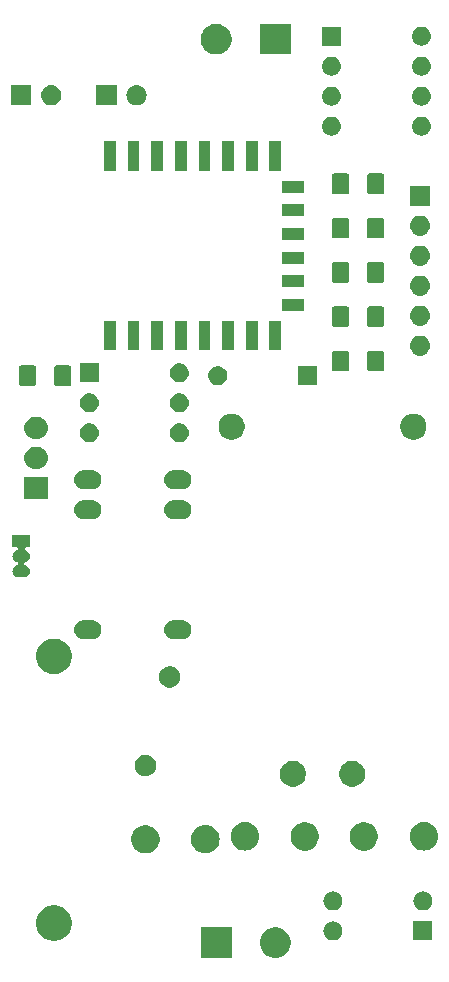
<source format=gts>
G04 #@! TF.GenerationSoftware,KiCad,Pcbnew,(5.0.1-3-g963ef8bb5)*
G04 #@! TF.CreationDate,2018-11-25T11:10:42+01:00*
G04 #@! TF.ProjectId,Dimmer 2.0,44696D6D657220322E302E6B69636164,rev?*
G04 #@! TF.SameCoordinates,Original*
G04 #@! TF.FileFunction,Soldermask,Top*
G04 #@! TF.FilePolarity,Negative*
%FSLAX46Y46*%
G04 Gerber Fmt 4.6, Leading zero omitted, Abs format (unit mm)*
G04 Created by KiCad (PCBNEW (5.0.1-3-g963ef8bb5)) date zondag 25 november 2018 om 11:10:42*
%MOMM*%
%LPD*%
G01*
G04 APERTURE LIST*
%ADD10C,0.100000*%
G04 APERTURE END LIST*
D10*
G36*
X93879196Y-122749958D02*
X94115780Y-122847954D01*
X94328705Y-122990226D01*
X94509774Y-123171295D01*
X94652046Y-123384220D01*
X94750042Y-123620804D01*
X94800000Y-123871960D01*
X94800000Y-124128040D01*
X94750042Y-124379196D01*
X94652046Y-124615780D01*
X94509774Y-124828705D01*
X94328705Y-125009774D01*
X94115780Y-125152046D01*
X93879196Y-125250042D01*
X93628040Y-125300000D01*
X93371960Y-125300000D01*
X93120804Y-125250042D01*
X92884220Y-125152046D01*
X92671295Y-125009774D01*
X92490226Y-124828705D01*
X92347954Y-124615780D01*
X92249958Y-124379196D01*
X92200000Y-124128040D01*
X92200000Y-123871960D01*
X92249958Y-123620804D01*
X92347954Y-123384220D01*
X92490226Y-123171295D01*
X92671295Y-122990226D01*
X92884220Y-122847954D01*
X93120804Y-122749958D01*
X93371960Y-122700000D01*
X93628040Y-122700000D01*
X93879196Y-122749958D01*
X93879196Y-122749958D01*
G37*
G36*
X89800000Y-125300000D02*
X87200000Y-125300000D01*
X87200000Y-122700000D01*
X89800000Y-122700000D01*
X89800000Y-125300000D01*
X89800000Y-125300000D01*
G37*
G36*
X75090935Y-120888429D02*
X75187534Y-120907644D01*
X75460517Y-121020717D01*
X75702920Y-121182687D01*
X75706197Y-121184876D01*
X75915124Y-121393803D01*
X75915126Y-121393806D01*
X76079283Y-121639483D01*
X76192356Y-121912466D01*
X76250000Y-122202263D01*
X76250000Y-122497737D01*
X76192356Y-122787534D01*
X76169309Y-122843174D01*
X76079284Y-123060515D01*
X75915124Y-123306197D01*
X75706197Y-123515124D01*
X75706194Y-123515126D01*
X75460517Y-123679283D01*
X75187534Y-123792356D01*
X75090935Y-123811571D01*
X74897739Y-123850000D01*
X74602261Y-123850000D01*
X74409065Y-123811571D01*
X74312466Y-123792356D01*
X74039483Y-123679283D01*
X73793806Y-123515126D01*
X73793803Y-123515124D01*
X73584876Y-123306197D01*
X73420716Y-123060515D01*
X73330691Y-122843174D01*
X73307644Y-122787534D01*
X73250000Y-122497737D01*
X73250000Y-122202263D01*
X73307644Y-121912466D01*
X73420717Y-121639483D01*
X73584874Y-121393806D01*
X73584876Y-121393803D01*
X73793803Y-121184876D01*
X73797080Y-121182687D01*
X74039483Y-121020717D01*
X74312466Y-120907644D01*
X74409065Y-120888429D01*
X74602261Y-120850000D01*
X74897739Y-120850000D01*
X75090935Y-120888429D01*
X75090935Y-120888429D01*
G37*
G36*
X98497649Y-122207717D02*
X98536827Y-122211576D01*
X98612228Y-122234449D01*
X98687629Y-122257321D01*
X98826608Y-122331608D01*
X98948422Y-122431578D01*
X99048392Y-122553392D01*
X99122679Y-122692371D01*
X99168424Y-122843174D01*
X99183870Y-123000000D01*
X99168424Y-123156826D01*
X99122679Y-123307629D01*
X99048392Y-123446608D01*
X98948422Y-123568422D01*
X98826608Y-123668392D01*
X98687629Y-123742679D01*
X98612227Y-123765552D01*
X98536827Y-123788424D01*
X98497649Y-123792283D01*
X98419295Y-123800000D01*
X98340705Y-123800000D01*
X98262351Y-123792283D01*
X98223173Y-123788424D01*
X98147773Y-123765552D01*
X98072371Y-123742679D01*
X97933392Y-123668392D01*
X97811578Y-123568422D01*
X97711608Y-123446608D01*
X97637321Y-123307629D01*
X97591576Y-123156826D01*
X97576130Y-123000000D01*
X97591576Y-122843174D01*
X97637321Y-122692371D01*
X97711608Y-122553392D01*
X97811578Y-122431578D01*
X97933392Y-122331608D01*
X98072371Y-122257321D01*
X98147772Y-122234449D01*
X98223173Y-122211576D01*
X98262351Y-122207717D01*
X98340705Y-122200000D01*
X98419295Y-122200000D01*
X98497649Y-122207717D01*
X98497649Y-122207717D01*
G37*
G36*
X106800000Y-123800000D02*
X105200000Y-123800000D01*
X105200000Y-122200000D01*
X106800000Y-122200000D01*
X106800000Y-123800000D01*
X106800000Y-123800000D01*
G37*
G36*
X98497649Y-119667717D02*
X98536827Y-119671576D01*
X98612228Y-119694449D01*
X98687629Y-119717321D01*
X98826608Y-119791608D01*
X98948422Y-119891578D01*
X99048392Y-120013392D01*
X99122679Y-120152371D01*
X99168424Y-120303174D01*
X99183870Y-120460000D01*
X99168424Y-120616826D01*
X99122679Y-120767629D01*
X99048392Y-120906608D01*
X98948422Y-121028422D01*
X98826608Y-121128392D01*
X98687629Y-121202679D01*
X98612228Y-121225551D01*
X98536827Y-121248424D01*
X98497649Y-121252283D01*
X98419295Y-121260000D01*
X98340705Y-121260000D01*
X98262351Y-121252283D01*
X98223173Y-121248424D01*
X98147772Y-121225551D01*
X98072371Y-121202679D01*
X97933392Y-121128392D01*
X97811578Y-121028422D01*
X97711608Y-120906608D01*
X97637321Y-120767629D01*
X97591576Y-120616826D01*
X97576130Y-120460000D01*
X97591576Y-120303174D01*
X97637321Y-120152371D01*
X97711608Y-120013392D01*
X97811578Y-119891578D01*
X97933392Y-119791608D01*
X98072371Y-119717321D01*
X98147772Y-119694449D01*
X98223173Y-119671576D01*
X98262351Y-119667717D01*
X98340705Y-119660000D01*
X98419295Y-119660000D01*
X98497649Y-119667717D01*
X98497649Y-119667717D01*
G37*
G36*
X106117649Y-119667717D02*
X106156827Y-119671576D01*
X106232228Y-119694449D01*
X106307629Y-119717321D01*
X106446608Y-119791608D01*
X106568422Y-119891578D01*
X106668392Y-120013392D01*
X106742679Y-120152371D01*
X106788424Y-120303174D01*
X106803870Y-120460000D01*
X106788424Y-120616826D01*
X106742679Y-120767629D01*
X106668392Y-120906608D01*
X106568422Y-121028422D01*
X106446608Y-121128392D01*
X106307629Y-121202679D01*
X106232228Y-121225551D01*
X106156827Y-121248424D01*
X106117649Y-121252283D01*
X106039295Y-121260000D01*
X105960705Y-121260000D01*
X105882351Y-121252283D01*
X105843173Y-121248424D01*
X105767772Y-121225551D01*
X105692371Y-121202679D01*
X105553392Y-121128392D01*
X105431578Y-121028422D01*
X105331608Y-120906608D01*
X105257321Y-120767629D01*
X105211576Y-120616826D01*
X105196130Y-120460000D01*
X105211576Y-120303174D01*
X105257321Y-120152371D01*
X105331608Y-120013392D01*
X105431578Y-119891578D01*
X105553392Y-119791608D01*
X105692371Y-119717321D01*
X105767772Y-119694449D01*
X105843173Y-119671576D01*
X105882351Y-119667717D01*
X105960705Y-119660000D01*
X106039295Y-119660000D01*
X106117649Y-119667717D01*
X106117649Y-119667717D01*
G37*
G36*
X87674208Y-114053473D02*
X87815241Y-114067363D01*
X88041442Y-114135981D01*
X88041444Y-114135982D01*
X88041447Y-114135983D01*
X88249910Y-114247408D01*
X88432634Y-114397366D01*
X88582592Y-114580090D01*
X88694017Y-114788553D01*
X88694018Y-114788556D01*
X88694019Y-114788558D01*
X88762637Y-115014759D01*
X88785806Y-115250000D01*
X88762637Y-115485241D01*
X88694019Y-115711442D01*
X88694017Y-115711447D01*
X88582592Y-115919910D01*
X88432634Y-116102634D01*
X88249910Y-116252592D01*
X88041447Y-116364017D01*
X88041444Y-116364018D01*
X88041442Y-116364019D01*
X87815241Y-116432637D01*
X87674208Y-116446527D01*
X87638951Y-116450000D01*
X87521049Y-116450000D01*
X87485792Y-116446527D01*
X87344759Y-116432637D01*
X87118558Y-116364019D01*
X87118556Y-116364018D01*
X87118553Y-116364017D01*
X86910090Y-116252592D01*
X86727366Y-116102634D01*
X86577408Y-115919910D01*
X86465983Y-115711447D01*
X86465981Y-115711442D01*
X86397363Y-115485241D01*
X86374194Y-115250000D01*
X86397363Y-115014759D01*
X86465981Y-114788558D01*
X86465982Y-114788556D01*
X86465983Y-114788553D01*
X86577408Y-114580090D01*
X86727366Y-114397366D01*
X86910090Y-114247408D01*
X87118553Y-114135983D01*
X87118556Y-114135982D01*
X87118558Y-114135981D01*
X87344759Y-114067363D01*
X87485792Y-114053473D01*
X87521049Y-114050000D01*
X87638951Y-114050000D01*
X87674208Y-114053473D01*
X87674208Y-114053473D01*
G37*
G36*
X82850026Y-114096115D02*
X83068412Y-114186573D01*
X83264958Y-114317901D01*
X83432099Y-114485042D01*
X83563427Y-114681588D01*
X83653885Y-114899974D01*
X83700000Y-115131809D01*
X83700000Y-115368191D01*
X83653885Y-115600026D01*
X83563427Y-115818412D01*
X83432099Y-116014958D01*
X83264958Y-116182099D01*
X83068412Y-116313427D01*
X82850026Y-116403885D01*
X82618191Y-116450000D01*
X82381809Y-116450000D01*
X82149974Y-116403885D01*
X81931588Y-116313427D01*
X81735042Y-116182099D01*
X81567901Y-116014958D01*
X81436573Y-115818412D01*
X81346115Y-115600026D01*
X81300000Y-115368191D01*
X81300000Y-115131809D01*
X81346115Y-114899974D01*
X81436573Y-114681588D01*
X81567901Y-114485042D01*
X81735042Y-114317901D01*
X81931588Y-114186573D01*
X82149974Y-114096115D01*
X82381809Y-114050000D01*
X82618191Y-114050000D01*
X82850026Y-114096115D01*
X82850026Y-114096115D01*
G37*
G36*
X106174208Y-113803473D02*
X106315241Y-113817363D01*
X106541442Y-113885981D01*
X106541444Y-113885982D01*
X106541447Y-113885983D01*
X106749910Y-113997408D01*
X106932634Y-114147366D01*
X107082592Y-114330090D01*
X107194017Y-114538553D01*
X107194018Y-114538556D01*
X107194019Y-114538558D01*
X107262637Y-114764759D01*
X107285806Y-115000000D01*
X107262637Y-115235241D01*
X107194019Y-115461442D01*
X107194017Y-115461447D01*
X107082592Y-115669910D01*
X106932634Y-115852634D01*
X106749910Y-116002592D01*
X106541447Y-116114017D01*
X106541444Y-116114018D01*
X106541442Y-116114019D01*
X106315241Y-116182637D01*
X106174208Y-116196527D01*
X106138951Y-116200000D01*
X106021049Y-116200000D01*
X105985792Y-116196527D01*
X105844759Y-116182637D01*
X105618558Y-116114019D01*
X105618556Y-116114018D01*
X105618553Y-116114017D01*
X105410090Y-116002592D01*
X105227366Y-115852634D01*
X105077408Y-115669910D01*
X104965983Y-115461447D01*
X104965981Y-115461442D01*
X104897363Y-115235241D01*
X104874194Y-115000000D01*
X104897363Y-114764759D01*
X104965981Y-114538558D01*
X104965982Y-114538556D01*
X104965983Y-114538553D01*
X105077408Y-114330090D01*
X105227366Y-114147366D01*
X105410090Y-113997408D01*
X105618553Y-113885983D01*
X105618556Y-113885982D01*
X105618558Y-113885981D01*
X105844759Y-113817363D01*
X105985792Y-113803473D01*
X106021049Y-113800000D01*
X106138951Y-113800000D01*
X106174208Y-113803473D01*
X106174208Y-113803473D01*
G37*
G36*
X91014208Y-113803473D02*
X91155241Y-113817363D01*
X91381442Y-113885981D01*
X91381444Y-113885982D01*
X91381447Y-113885983D01*
X91589910Y-113997408D01*
X91772634Y-114147366D01*
X91922592Y-114330090D01*
X92034017Y-114538553D01*
X92034018Y-114538556D01*
X92034019Y-114538558D01*
X92102637Y-114764759D01*
X92125806Y-115000000D01*
X92102637Y-115235241D01*
X92034019Y-115461442D01*
X92034017Y-115461447D01*
X91922592Y-115669910D01*
X91772634Y-115852634D01*
X91589910Y-116002592D01*
X91381447Y-116114017D01*
X91381444Y-116114018D01*
X91381442Y-116114019D01*
X91155241Y-116182637D01*
X91014208Y-116196527D01*
X90978951Y-116200000D01*
X90861049Y-116200000D01*
X90825792Y-116196527D01*
X90684759Y-116182637D01*
X90458558Y-116114019D01*
X90458556Y-116114018D01*
X90458553Y-116114017D01*
X90250090Y-116002592D01*
X90067366Y-115852634D01*
X89917408Y-115669910D01*
X89805983Y-115461447D01*
X89805981Y-115461442D01*
X89737363Y-115235241D01*
X89714194Y-115000000D01*
X89737363Y-114764759D01*
X89805981Y-114538558D01*
X89805982Y-114538556D01*
X89805983Y-114538553D01*
X89917408Y-114330090D01*
X90067366Y-114147366D01*
X90250090Y-113997408D01*
X90458553Y-113885983D01*
X90458556Y-113885982D01*
X90458558Y-113885981D01*
X90684759Y-113817363D01*
X90825792Y-113803473D01*
X90861049Y-113800000D01*
X90978951Y-113800000D01*
X91014208Y-113803473D01*
X91014208Y-113803473D01*
G37*
G36*
X96350026Y-113846115D02*
X96568412Y-113936573D01*
X96764958Y-114067901D01*
X96932099Y-114235042D01*
X97063427Y-114431588D01*
X97153885Y-114649974D01*
X97200000Y-114881809D01*
X97200000Y-115118191D01*
X97153885Y-115350026D01*
X97063427Y-115568412D01*
X96932099Y-115764958D01*
X96764958Y-115932099D01*
X96568412Y-116063427D01*
X96350026Y-116153885D01*
X96118191Y-116200000D01*
X95881809Y-116200000D01*
X95649974Y-116153885D01*
X95431588Y-116063427D01*
X95235042Y-115932099D01*
X95067901Y-115764958D01*
X94936573Y-115568412D01*
X94846115Y-115350026D01*
X94800000Y-115118191D01*
X94800000Y-114881809D01*
X94846115Y-114649974D01*
X94936573Y-114431588D01*
X95067901Y-114235042D01*
X95235042Y-114067901D01*
X95431588Y-113936573D01*
X95649974Y-113846115D01*
X95881809Y-113800000D01*
X96118191Y-113800000D01*
X96350026Y-113846115D01*
X96350026Y-113846115D01*
G37*
G36*
X101350026Y-113846115D02*
X101568412Y-113936573D01*
X101764958Y-114067901D01*
X101932099Y-114235042D01*
X102063427Y-114431588D01*
X102153885Y-114649974D01*
X102200000Y-114881809D01*
X102200000Y-115118191D01*
X102153885Y-115350026D01*
X102063427Y-115568412D01*
X101932099Y-115764958D01*
X101764958Y-115932099D01*
X101568412Y-116063427D01*
X101350026Y-116153885D01*
X101118191Y-116200000D01*
X100881809Y-116200000D01*
X100649974Y-116153885D01*
X100431588Y-116063427D01*
X100235042Y-115932099D01*
X100067901Y-115764958D01*
X99936573Y-115568412D01*
X99846115Y-115350026D01*
X99800000Y-115118191D01*
X99800000Y-114881809D01*
X99846115Y-114649974D01*
X99936573Y-114431588D01*
X100067901Y-114235042D01*
X100235042Y-114067901D01*
X100431588Y-113936573D01*
X100649974Y-113846115D01*
X100881809Y-113800000D01*
X101118191Y-113800000D01*
X101350026Y-113846115D01*
X101350026Y-113846115D01*
G37*
G36*
X95320857Y-108642272D02*
X95521042Y-108725191D01*
X95701213Y-108845578D01*
X95854422Y-108998787D01*
X95854424Y-108998790D01*
X95854425Y-108998791D01*
X95914463Y-109088644D01*
X95974809Y-109178958D01*
X96057728Y-109379143D01*
X96100000Y-109591658D01*
X96100000Y-109808342D01*
X96057728Y-110020857D01*
X95974809Y-110221042D01*
X95854422Y-110401213D01*
X95701213Y-110554422D01*
X95521042Y-110674809D01*
X95320857Y-110757728D01*
X95108342Y-110800000D01*
X94891658Y-110800000D01*
X94679143Y-110757728D01*
X94478958Y-110674809D01*
X94298787Y-110554422D01*
X94145578Y-110401213D01*
X94025191Y-110221042D01*
X93942272Y-110020857D01*
X93900000Y-109808342D01*
X93900000Y-109591658D01*
X93942272Y-109379143D01*
X94025191Y-109178958D01*
X94085537Y-109088644D01*
X94145575Y-108998791D01*
X94145576Y-108998790D01*
X94145578Y-108998787D01*
X94298787Y-108845578D01*
X94478958Y-108725191D01*
X94679143Y-108642272D01*
X94891658Y-108600000D01*
X95108342Y-108600000D01*
X95320857Y-108642272D01*
X95320857Y-108642272D01*
G37*
G36*
X100320857Y-108642272D02*
X100521042Y-108725191D01*
X100701213Y-108845578D01*
X100854422Y-108998787D01*
X100854424Y-108998790D01*
X100854425Y-108998791D01*
X100914463Y-109088644D01*
X100974809Y-109178958D01*
X101057728Y-109379143D01*
X101100000Y-109591658D01*
X101100000Y-109808342D01*
X101057728Y-110020857D01*
X100974809Y-110221042D01*
X100854422Y-110401213D01*
X100701213Y-110554422D01*
X100521042Y-110674809D01*
X100320857Y-110757728D01*
X100108342Y-110800000D01*
X99891658Y-110800000D01*
X99679143Y-110757728D01*
X99478958Y-110674809D01*
X99298787Y-110554422D01*
X99145578Y-110401213D01*
X99025191Y-110221042D01*
X98942272Y-110020857D01*
X98900000Y-109808342D01*
X98900000Y-109591658D01*
X98942272Y-109379143D01*
X99025191Y-109178958D01*
X99085537Y-109088644D01*
X99145575Y-108998791D01*
X99145576Y-108998790D01*
X99145578Y-108998787D01*
X99298787Y-108845578D01*
X99478958Y-108725191D01*
X99679143Y-108642272D01*
X99891658Y-108600000D01*
X100108342Y-108600000D01*
X100320857Y-108642272D01*
X100320857Y-108642272D01*
G37*
G36*
X82762521Y-108134586D02*
X82926309Y-108202429D01*
X83073720Y-108300926D01*
X83199074Y-108426280D01*
X83297571Y-108573691D01*
X83365414Y-108737479D01*
X83400000Y-108911356D01*
X83400000Y-109088644D01*
X83365414Y-109262521D01*
X83297571Y-109426309D01*
X83199074Y-109573720D01*
X83073720Y-109699074D01*
X82926309Y-109797571D01*
X82762521Y-109865414D01*
X82588644Y-109900000D01*
X82411356Y-109900000D01*
X82237479Y-109865414D01*
X82073691Y-109797571D01*
X81926280Y-109699074D01*
X81800926Y-109573720D01*
X81702429Y-109426309D01*
X81634586Y-109262521D01*
X81600000Y-109088644D01*
X81600000Y-108911356D01*
X81634586Y-108737479D01*
X81702429Y-108573691D01*
X81800926Y-108426280D01*
X81926280Y-108300926D01*
X82073691Y-108202429D01*
X82237479Y-108134586D01*
X82411356Y-108100000D01*
X82588644Y-108100000D01*
X82762521Y-108134586D01*
X82762521Y-108134586D01*
G37*
G36*
X84812521Y-100634586D02*
X84976309Y-100702429D01*
X85123720Y-100800926D01*
X85249074Y-100926280D01*
X85347571Y-101073691D01*
X85415414Y-101237479D01*
X85450000Y-101411356D01*
X85450000Y-101588644D01*
X85415414Y-101762521D01*
X85347571Y-101926309D01*
X85249074Y-102073720D01*
X85123720Y-102199074D01*
X84976309Y-102297571D01*
X84812521Y-102365414D01*
X84638644Y-102400000D01*
X84461356Y-102400000D01*
X84287479Y-102365414D01*
X84123691Y-102297571D01*
X83976280Y-102199074D01*
X83850926Y-102073720D01*
X83752429Y-101926309D01*
X83684586Y-101762521D01*
X83650000Y-101588644D01*
X83650000Y-101411356D01*
X83684586Y-101237479D01*
X83752429Y-101073691D01*
X83850926Y-100926280D01*
X83976280Y-100800926D01*
X84123691Y-100702429D01*
X84287479Y-100634586D01*
X84461356Y-100600000D01*
X84638644Y-100600000D01*
X84812521Y-100634586D01*
X84812521Y-100634586D01*
G37*
G36*
X75090908Y-98288424D02*
X75187534Y-98307644D01*
X75460517Y-98420717D01*
X75702920Y-98582687D01*
X75706197Y-98584876D01*
X75915124Y-98793803D01*
X76079284Y-99039485D01*
X76192356Y-99312467D01*
X76250000Y-99602261D01*
X76250000Y-99897739D01*
X76192356Y-100187533D01*
X76079284Y-100460515D01*
X75915124Y-100706197D01*
X75706197Y-100915124D01*
X75706194Y-100915126D01*
X75460517Y-101079283D01*
X75187534Y-101192356D01*
X75090935Y-101211571D01*
X74897739Y-101250000D01*
X74602261Y-101250000D01*
X74409065Y-101211571D01*
X74312466Y-101192356D01*
X74039483Y-101079283D01*
X73793806Y-100915126D01*
X73793803Y-100915124D01*
X73584876Y-100706197D01*
X73420716Y-100460515D01*
X73307644Y-100187533D01*
X73250000Y-99897739D01*
X73250000Y-99602261D01*
X73307644Y-99312467D01*
X73420716Y-99039485D01*
X73584876Y-98793803D01*
X73793803Y-98584876D01*
X73797080Y-98582687D01*
X74039483Y-98420717D01*
X74312466Y-98307644D01*
X74409092Y-98288424D01*
X74602261Y-98250000D01*
X74897739Y-98250000D01*
X75090908Y-98288424D01*
X75090908Y-98288424D01*
G37*
G36*
X78097649Y-96707717D02*
X78136827Y-96711576D01*
X78212228Y-96734449D01*
X78287629Y-96757321D01*
X78426608Y-96831608D01*
X78548422Y-96931578D01*
X78648392Y-97053392D01*
X78722679Y-97192371D01*
X78768424Y-97343174D01*
X78783870Y-97500000D01*
X78768424Y-97656826D01*
X78722679Y-97807629D01*
X78648392Y-97946608D01*
X78548422Y-98068422D01*
X78426608Y-98168392D01*
X78287629Y-98242679D01*
X78212227Y-98265552D01*
X78136827Y-98288424D01*
X78097649Y-98292283D01*
X78019295Y-98300000D01*
X77240705Y-98300000D01*
X77162351Y-98292283D01*
X77123173Y-98288424D01*
X77047773Y-98265552D01*
X76972371Y-98242679D01*
X76833392Y-98168392D01*
X76711578Y-98068422D01*
X76611608Y-97946608D01*
X76537321Y-97807629D01*
X76491576Y-97656826D01*
X76476130Y-97500000D01*
X76491576Y-97343174D01*
X76537321Y-97192371D01*
X76611608Y-97053392D01*
X76711578Y-96931578D01*
X76833392Y-96831608D01*
X76972371Y-96757321D01*
X77047772Y-96734449D01*
X77123173Y-96711576D01*
X77162351Y-96707717D01*
X77240705Y-96700000D01*
X78019295Y-96700000D01*
X78097649Y-96707717D01*
X78097649Y-96707717D01*
G37*
G36*
X85717649Y-96707717D02*
X85756827Y-96711576D01*
X85832228Y-96734449D01*
X85907629Y-96757321D01*
X86046608Y-96831608D01*
X86168422Y-96931578D01*
X86268392Y-97053392D01*
X86342679Y-97192371D01*
X86388424Y-97343174D01*
X86403870Y-97500000D01*
X86388424Y-97656826D01*
X86342679Y-97807629D01*
X86268392Y-97946608D01*
X86168422Y-98068422D01*
X86046608Y-98168392D01*
X85907629Y-98242679D01*
X85832227Y-98265552D01*
X85756827Y-98288424D01*
X85717649Y-98292283D01*
X85639295Y-98300000D01*
X84860705Y-98300000D01*
X84782351Y-98292283D01*
X84743173Y-98288424D01*
X84667773Y-98265552D01*
X84592371Y-98242679D01*
X84453392Y-98168392D01*
X84331578Y-98068422D01*
X84231608Y-97946608D01*
X84157321Y-97807629D01*
X84111576Y-97656826D01*
X84096130Y-97500000D01*
X84111576Y-97343174D01*
X84157321Y-97192371D01*
X84231608Y-97053392D01*
X84331578Y-96931578D01*
X84453392Y-96831608D01*
X84592371Y-96757321D01*
X84667772Y-96734449D01*
X84743173Y-96711576D01*
X84782351Y-96707717D01*
X84860705Y-96700000D01*
X85639295Y-96700000D01*
X85717649Y-96707717D01*
X85717649Y-96707717D01*
G37*
G36*
X72750000Y-90525000D02*
X72420314Y-90525000D01*
X72395928Y-90527402D01*
X72372479Y-90534515D01*
X72350868Y-90546066D01*
X72331926Y-90561612D01*
X72316380Y-90580554D01*
X72304829Y-90602165D01*
X72297716Y-90625614D01*
X72295314Y-90650000D01*
X72297716Y-90674386D01*
X72304829Y-90697835D01*
X72316380Y-90719446D01*
X72331926Y-90738388D01*
X72350868Y-90753934D01*
X72372479Y-90765485D01*
X72384029Y-90769618D01*
X72426882Y-90782617D01*
X72475632Y-90808675D01*
X72518086Y-90831367D01*
X72518088Y-90831368D01*
X72518087Y-90831368D01*
X72598027Y-90896973D01*
X72663632Y-90976913D01*
X72712382Y-91068117D01*
X72742404Y-91167086D01*
X72752540Y-91270000D01*
X72742404Y-91372914D01*
X72742403Y-91372917D01*
X72742403Y-91372918D01*
X72712383Y-91471881D01*
X72663633Y-91563086D01*
X72598027Y-91643027D01*
X72518086Y-91708633D01*
X72426881Y-91757383D01*
X72334580Y-91785382D01*
X72311941Y-91794760D01*
X72291567Y-91808374D01*
X72274240Y-91825701D01*
X72260626Y-91846075D01*
X72251248Y-91868714D01*
X72246468Y-91892748D01*
X72246468Y-91917252D01*
X72251248Y-91941286D01*
X72260626Y-91963925D01*
X72274240Y-91984299D01*
X72291567Y-92001626D01*
X72311941Y-92015240D01*
X72334579Y-92024618D01*
X72426881Y-92052617D01*
X72518086Y-92101367D01*
X72518088Y-92101368D01*
X72518087Y-92101368D01*
X72598027Y-92166973D01*
X72663632Y-92246913D01*
X72712382Y-92338117D01*
X72742404Y-92437086D01*
X72752540Y-92540000D01*
X72742404Y-92642914D01*
X72742403Y-92642917D01*
X72742403Y-92642918D01*
X72712383Y-92741881D01*
X72663633Y-92833086D01*
X72598027Y-92913027D01*
X72518086Y-92978633D01*
X72426881Y-93027383D01*
X72327918Y-93057403D01*
X72327917Y-93057403D01*
X72327914Y-93057404D01*
X72250792Y-93065000D01*
X71749208Y-93065000D01*
X71672086Y-93057404D01*
X71672083Y-93057403D01*
X71672082Y-93057403D01*
X71573119Y-93027383D01*
X71481914Y-92978633D01*
X71401973Y-92913027D01*
X71336367Y-92833086D01*
X71287617Y-92741881D01*
X71257597Y-92642918D01*
X71257597Y-92642917D01*
X71257596Y-92642914D01*
X71247460Y-92540000D01*
X71257596Y-92437086D01*
X71287618Y-92338117D01*
X71336368Y-92246913D01*
X71401973Y-92166973D01*
X71481913Y-92101368D01*
X71481912Y-92101368D01*
X71481914Y-92101367D01*
X71573119Y-92052617D01*
X71665421Y-92024618D01*
X71688059Y-92015240D01*
X71708433Y-92001626D01*
X71725760Y-91984299D01*
X71739374Y-91963925D01*
X71748752Y-91941286D01*
X71753532Y-91917252D01*
X71753532Y-91892748D01*
X71748752Y-91868714D01*
X71739374Y-91846075D01*
X71725760Y-91825701D01*
X71708433Y-91808374D01*
X71688059Y-91794760D01*
X71665420Y-91785382D01*
X71573119Y-91757383D01*
X71481914Y-91708633D01*
X71401973Y-91643027D01*
X71336367Y-91563086D01*
X71287617Y-91471881D01*
X71257597Y-91372918D01*
X71257597Y-91372917D01*
X71257596Y-91372914D01*
X71247460Y-91270000D01*
X71257596Y-91167086D01*
X71287618Y-91068117D01*
X71336368Y-90976913D01*
X71401973Y-90896973D01*
X71481913Y-90831368D01*
X71481912Y-90831368D01*
X71481914Y-90831367D01*
X71524368Y-90808675D01*
X71573118Y-90782617D01*
X71615971Y-90769618D01*
X71638611Y-90760240D01*
X71658985Y-90746626D01*
X71676312Y-90729299D01*
X71689926Y-90708925D01*
X71699304Y-90686286D01*
X71704084Y-90662252D01*
X71704084Y-90637748D01*
X71699304Y-90613715D01*
X71689926Y-90591075D01*
X71676312Y-90570701D01*
X71658985Y-90553374D01*
X71638611Y-90539760D01*
X71615972Y-90530382D01*
X71591938Y-90525602D01*
X71579686Y-90525000D01*
X71250000Y-90525000D01*
X71250000Y-89475000D01*
X72750000Y-89475000D01*
X72750000Y-90525000D01*
X72750000Y-90525000D01*
G37*
G36*
X78097649Y-86547717D02*
X78136827Y-86551576D01*
X78212228Y-86574449D01*
X78287629Y-86597321D01*
X78426608Y-86671608D01*
X78548422Y-86771578D01*
X78648392Y-86893392D01*
X78722679Y-87032371D01*
X78768424Y-87183174D01*
X78783870Y-87340000D01*
X78768424Y-87496826D01*
X78722679Y-87647629D01*
X78648392Y-87786608D01*
X78548422Y-87908422D01*
X78426608Y-88008392D01*
X78287629Y-88082679D01*
X78212227Y-88105552D01*
X78136827Y-88128424D01*
X78097649Y-88132283D01*
X78019295Y-88140000D01*
X77240705Y-88140000D01*
X77162351Y-88132283D01*
X77123173Y-88128424D01*
X77047773Y-88105552D01*
X76972371Y-88082679D01*
X76833392Y-88008392D01*
X76711578Y-87908422D01*
X76611608Y-87786608D01*
X76537321Y-87647629D01*
X76491576Y-87496826D01*
X76476130Y-87340000D01*
X76491576Y-87183174D01*
X76537321Y-87032371D01*
X76611608Y-86893392D01*
X76711578Y-86771578D01*
X76833392Y-86671608D01*
X76972371Y-86597321D01*
X77047772Y-86574449D01*
X77123173Y-86551576D01*
X77162351Y-86547717D01*
X77240705Y-86540000D01*
X78019295Y-86540000D01*
X78097649Y-86547717D01*
X78097649Y-86547717D01*
G37*
G36*
X85717649Y-86547717D02*
X85756827Y-86551576D01*
X85832228Y-86574449D01*
X85907629Y-86597321D01*
X86046608Y-86671608D01*
X86168422Y-86771578D01*
X86268392Y-86893392D01*
X86342679Y-87032371D01*
X86388424Y-87183174D01*
X86403870Y-87340000D01*
X86388424Y-87496826D01*
X86342679Y-87647629D01*
X86268392Y-87786608D01*
X86168422Y-87908422D01*
X86046608Y-88008392D01*
X85907629Y-88082679D01*
X85832227Y-88105552D01*
X85756827Y-88128424D01*
X85717649Y-88132283D01*
X85639295Y-88140000D01*
X84860705Y-88140000D01*
X84782351Y-88132283D01*
X84743173Y-88128424D01*
X84667773Y-88105552D01*
X84592371Y-88082679D01*
X84453392Y-88008392D01*
X84331578Y-87908422D01*
X84231608Y-87786608D01*
X84157321Y-87647629D01*
X84111576Y-87496826D01*
X84096130Y-87340000D01*
X84111576Y-87183174D01*
X84157321Y-87032371D01*
X84231608Y-86893392D01*
X84331578Y-86771578D01*
X84453392Y-86671608D01*
X84592371Y-86597321D01*
X84667772Y-86574449D01*
X84743173Y-86551576D01*
X84782351Y-86547717D01*
X84860705Y-86540000D01*
X85639295Y-86540000D01*
X85717649Y-86547717D01*
X85717649Y-86547717D01*
G37*
G36*
X74250000Y-86452500D02*
X72250000Y-86452500D01*
X72250000Y-84547500D01*
X74250000Y-84547500D01*
X74250000Y-86452500D01*
X74250000Y-86452500D01*
G37*
G36*
X78097649Y-84007717D02*
X78136827Y-84011576D01*
X78212228Y-84034449D01*
X78287629Y-84057321D01*
X78426608Y-84131608D01*
X78548422Y-84231578D01*
X78648392Y-84353392D01*
X78722679Y-84492371D01*
X78768424Y-84643174D01*
X78783870Y-84800000D01*
X78768424Y-84956826D01*
X78722679Y-85107629D01*
X78648392Y-85246608D01*
X78548422Y-85368422D01*
X78426608Y-85468392D01*
X78287629Y-85542679D01*
X78212228Y-85565551D01*
X78136827Y-85588424D01*
X78097649Y-85592283D01*
X78019295Y-85600000D01*
X77240705Y-85600000D01*
X77162351Y-85592283D01*
X77123173Y-85588424D01*
X77047772Y-85565551D01*
X76972371Y-85542679D01*
X76833392Y-85468392D01*
X76711578Y-85368422D01*
X76611608Y-85246608D01*
X76537321Y-85107629D01*
X76491576Y-84956826D01*
X76476130Y-84800000D01*
X76491576Y-84643174D01*
X76537321Y-84492371D01*
X76611608Y-84353392D01*
X76711578Y-84231578D01*
X76833392Y-84131608D01*
X76972371Y-84057321D01*
X77047772Y-84034449D01*
X77123173Y-84011576D01*
X77162351Y-84007717D01*
X77240705Y-84000000D01*
X78019295Y-84000000D01*
X78097649Y-84007717D01*
X78097649Y-84007717D01*
G37*
G36*
X85717649Y-84007717D02*
X85756827Y-84011576D01*
X85832228Y-84034449D01*
X85907629Y-84057321D01*
X86046608Y-84131608D01*
X86168422Y-84231578D01*
X86268392Y-84353392D01*
X86342679Y-84492371D01*
X86388424Y-84643174D01*
X86403870Y-84800000D01*
X86388424Y-84956826D01*
X86342679Y-85107629D01*
X86268392Y-85246608D01*
X86168422Y-85368422D01*
X86046608Y-85468392D01*
X85907629Y-85542679D01*
X85832228Y-85565551D01*
X85756827Y-85588424D01*
X85717649Y-85592283D01*
X85639295Y-85600000D01*
X84860705Y-85600000D01*
X84782351Y-85592283D01*
X84743173Y-85588424D01*
X84667772Y-85565551D01*
X84592371Y-85542679D01*
X84453392Y-85468392D01*
X84331578Y-85368422D01*
X84231608Y-85246608D01*
X84157321Y-85107629D01*
X84111576Y-84956826D01*
X84096130Y-84800000D01*
X84111576Y-84643174D01*
X84157321Y-84492371D01*
X84231608Y-84353392D01*
X84331578Y-84231578D01*
X84453392Y-84131608D01*
X84592371Y-84057321D01*
X84667772Y-84034449D01*
X84743173Y-84011576D01*
X84782351Y-84007717D01*
X84860705Y-84000000D01*
X85639295Y-84000000D01*
X85717649Y-84007717D01*
X85717649Y-84007717D01*
G37*
G36*
X73484224Y-82021282D02*
X73663769Y-82075747D01*
X73829241Y-82164193D01*
X73974278Y-82283222D01*
X74093307Y-82428259D01*
X74181753Y-82593731D01*
X74236218Y-82773276D01*
X74254608Y-82960000D01*
X74236218Y-83146724D01*
X74181753Y-83326269D01*
X74093307Y-83491741D01*
X73974278Y-83636778D01*
X73829241Y-83755807D01*
X73663769Y-83844253D01*
X73484224Y-83898718D01*
X73344289Y-83912500D01*
X73155711Y-83912500D01*
X73015776Y-83898718D01*
X72836231Y-83844253D01*
X72670759Y-83755807D01*
X72525722Y-83636778D01*
X72406693Y-83491741D01*
X72318247Y-83326269D01*
X72263782Y-83146724D01*
X72245392Y-82960000D01*
X72263782Y-82773276D01*
X72318247Y-82593731D01*
X72406693Y-82428259D01*
X72525722Y-82283222D01*
X72670759Y-82164193D01*
X72836231Y-82075747D01*
X73015776Y-82021282D01*
X73155711Y-82007500D01*
X73344289Y-82007500D01*
X73484224Y-82021282D01*
X73484224Y-82021282D01*
G37*
G36*
X77867649Y-80037717D02*
X77906827Y-80041576D01*
X77982228Y-80064449D01*
X78057629Y-80087321D01*
X78196608Y-80161608D01*
X78318422Y-80261578D01*
X78418392Y-80383392D01*
X78492679Y-80522371D01*
X78538424Y-80673174D01*
X78553870Y-80830000D01*
X78538424Y-80986826D01*
X78492679Y-81137629D01*
X78418392Y-81276608D01*
X78318422Y-81398422D01*
X78196608Y-81498392D01*
X78057629Y-81572679D01*
X77982228Y-81595551D01*
X77906827Y-81618424D01*
X77867649Y-81622283D01*
X77789295Y-81630000D01*
X77710705Y-81630000D01*
X77632351Y-81622283D01*
X77593173Y-81618424D01*
X77517772Y-81595551D01*
X77442371Y-81572679D01*
X77303392Y-81498392D01*
X77181578Y-81398422D01*
X77081608Y-81276608D01*
X77007321Y-81137629D01*
X76961576Y-80986826D01*
X76946130Y-80830000D01*
X76961576Y-80673174D01*
X77007321Y-80522371D01*
X77081608Y-80383392D01*
X77181578Y-80261578D01*
X77303392Y-80161608D01*
X77442371Y-80087321D01*
X77517772Y-80064449D01*
X77593173Y-80041576D01*
X77632351Y-80037717D01*
X77710705Y-80030000D01*
X77789295Y-80030000D01*
X77867649Y-80037717D01*
X77867649Y-80037717D01*
G37*
G36*
X85487649Y-80037717D02*
X85526827Y-80041576D01*
X85602228Y-80064449D01*
X85677629Y-80087321D01*
X85816608Y-80161608D01*
X85938422Y-80261578D01*
X86038392Y-80383392D01*
X86112679Y-80522371D01*
X86158424Y-80673174D01*
X86173870Y-80830000D01*
X86158424Y-80986826D01*
X86112679Y-81137629D01*
X86038392Y-81276608D01*
X85938422Y-81398422D01*
X85816608Y-81498392D01*
X85677629Y-81572679D01*
X85602228Y-81595551D01*
X85526827Y-81618424D01*
X85487649Y-81622283D01*
X85409295Y-81630000D01*
X85330705Y-81630000D01*
X85252351Y-81622283D01*
X85213173Y-81618424D01*
X85137772Y-81595551D01*
X85062371Y-81572679D01*
X84923392Y-81498392D01*
X84801578Y-81398422D01*
X84701608Y-81276608D01*
X84627321Y-81137629D01*
X84581576Y-80986826D01*
X84566130Y-80830000D01*
X84581576Y-80673174D01*
X84627321Y-80522371D01*
X84701608Y-80383392D01*
X84801578Y-80261578D01*
X84923392Y-80161608D01*
X85062371Y-80087321D01*
X85137772Y-80064449D01*
X85213173Y-80041576D01*
X85252351Y-80037717D01*
X85330705Y-80030000D01*
X85409295Y-80030000D01*
X85487649Y-80037717D01*
X85487649Y-80037717D01*
G37*
G36*
X90120857Y-79242272D02*
X90321042Y-79325191D01*
X90501213Y-79445578D01*
X90654422Y-79598787D01*
X90654424Y-79598790D01*
X90654425Y-79598791D01*
X90750931Y-79743222D01*
X90774809Y-79778958D01*
X90857728Y-79979143D01*
X90900000Y-80191658D01*
X90900000Y-80408342D01*
X90857728Y-80620857D01*
X90774809Y-80821042D01*
X90774807Y-80821045D01*
X90664035Y-80986827D01*
X90654422Y-81001213D01*
X90501213Y-81154422D01*
X90501210Y-81154424D01*
X90501209Y-81154425D01*
X90321045Y-81274807D01*
X90321042Y-81274809D01*
X90120857Y-81357728D01*
X89908342Y-81400000D01*
X89691658Y-81400000D01*
X89479143Y-81357728D01*
X89278958Y-81274809D01*
X89278955Y-81274807D01*
X89098791Y-81154425D01*
X89098790Y-81154424D01*
X89098787Y-81154422D01*
X88945578Y-81001213D01*
X88935966Y-80986827D01*
X88825193Y-80821045D01*
X88825191Y-80821042D01*
X88742272Y-80620857D01*
X88700000Y-80408342D01*
X88700000Y-80191658D01*
X88742272Y-79979143D01*
X88825191Y-79778958D01*
X88849069Y-79743222D01*
X88945575Y-79598791D01*
X88945576Y-79598790D01*
X88945578Y-79598787D01*
X89098787Y-79445578D01*
X89278958Y-79325191D01*
X89479143Y-79242272D01*
X89691658Y-79200000D01*
X89908342Y-79200000D01*
X90120857Y-79242272D01*
X90120857Y-79242272D01*
G37*
G36*
X105520857Y-79242272D02*
X105721042Y-79325191D01*
X105901213Y-79445578D01*
X106054422Y-79598787D01*
X106054424Y-79598790D01*
X106054425Y-79598791D01*
X106150931Y-79743222D01*
X106174809Y-79778958D01*
X106257728Y-79979143D01*
X106300000Y-80191658D01*
X106300000Y-80408342D01*
X106257728Y-80620857D01*
X106174809Y-80821042D01*
X106174807Y-80821045D01*
X106064035Y-80986827D01*
X106054422Y-81001213D01*
X105901213Y-81154422D01*
X105901210Y-81154424D01*
X105901209Y-81154425D01*
X105721045Y-81274807D01*
X105721042Y-81274809D01*
X105520857Y-81357728D01*
X105308342Y-81400000D01*
X105091658Y-81400000D01*
X104879143Y-81357728D01*
X104678958Y-81274809D01*
X104678955Y-81274807D01*
X104498791Y-81154425D01*
X104498790Y-81154424D01*
X104498787Y-81154422D01*
X104345578Y-81001213D01*
X104335966Y-80986827D01*
X104225193Y-80821045D01*
X104225191Y-80821042D01*
X104142272Y-80620857D01*
X104100000Y-80408342D01*
X104100000Y-80191658D01*
X104142272Y-79979143D01*
X104225191Y-79778958D01*
X104249069Y-79743222D01*
X104345575Y-79598791D01*
X104345576Y-79598790D01*
X104345578Y-79598787D01*
X104498787Y-79445578D01*
X104678958Y-79325191D01*
X104879143Y-79242272D01*
X105091658Y-79200000D01*
X105308342Y-79200000D01*
X105520857Y-79242272D01*
X105520857Y-79242272D01*
G37*
G36*
X73484224Y-79481282D02*
X73663769Y-79535747D01*
X73829241Y-79624193D01*
X73974278Y-79743222D01*
X74093307Y-79888259D01*
X74181753Y-80053731D01*
X74236218Y-80233276D01*
X74254608Y-80420000D01*
X74236218Y-80606724D01*
X74181753Y-80786269D01*
X74093307Y-80951741D01*
X73974278Y-81096778D01*
X73829241Y-81215807D01*
X73663769Y-81304253D01*
X73484224Y-81358718D01*
X73344289Y-81372500D01*
X73155711Y-81372500D01*
X73015776Y-81358718D01*
X72836231Y-81304253D01*
X72670759Y-81215807D01*
X72525722Y-81096778D01*
X72406693Y-80951741D01*
X72318247Y-80786269D01*
X72263782Y-80606724D01*
X72245392Y-80420000D01*
X72263782Y-80233276D01*
X72318247Y-80053731D01*
X72406693Y-79888259D01*
X72525722Y-79743222D01*
X72670759Y-79624193D01*
X72836231Y-79535747D01*
X73015776Y-79481282D01*
X73155711Y-79467500D01*
X73344289Y-79467500D01*
X73484224Y-79481282D01*
X73484224Y-79481282D01*
G37*
G36*
X85487649Y-77497717D02*
X85526827Y-77501576D01*
X85602227Y-77524448D01*
X85677629Y-77547321D01*
X85816608Y-77621608D01*
X85938422Y-77721578D01*
X86038392Y-77843392D01*
X86112679Y-77982371D01*
X86158424Y-78133174D01*
X86173870Y-78290000D01*
X86158424Y-78446826D01*
X86112679Y-78597629D01*
X86038392Y-78736608D01*
X85938422Y-78858422D01*
X85816608Y-78958392D01*
X85677629Y-79032679D01*
X85602227Y-79055552D01*
X85526827Y-79078424D01*
X85487649Y-79082283D01*
X85409295Y-79090000D01*
X85330705Y-79090000D01*
X85252351Y-79082283D01*
X85213173Y-79078424D01*
X85137773Y-79055552D01*
X85062371Y-79032679D01*
X84923392Y-78958392D01*
X84801578Y-78858422D01*
X84701608Y-78736608D01*
X84627321Y-78597629D01*
X84581576Y-78446826D01*
X84566130Y-78290000D01*
X84581576Y-78133174D01*
X84627321Y-77982371D01*
X84701608Y-77843392D01*
X84801578Y-77721578D01*
X84923392Y-77621608D01*
X85062371Y-77547321D01*
X85137772Y-77524449D01*
X85213173Y-77501576D01*
X85252351Y-77497717D01*
X85330705Y-77490000D01*
X85409295Y-77490000D01*
X85487649Y-77497717D01*
X85487649Y-77497717D01*
G37*
G36*
X77867649Y-77497717D02*
X77906827Y-77501576D01*
X77982227Y-77524448D01*
X78057629Y-77547321D01*
X78196608Y-77621608D01*
X78318422Y-77721578D01*
X78418392Y-77843392D01*
X78492679Y-77982371D01*
X78538424Y-78133174D01*
X78553870Y-78290000D01*
X78538424Y-78446826D01*
X78492679Y-78597629D01*
X78418392Y-78736608D01*
X78318422Y-78858422D01*
X78196608Y-78958392D01*
X78057629Y-79032679D01*
X77982227Y-79055552D01*
X77906827Y-79078424D01*
X77867649Y-79082283D01*
X77789295Y-79090000D01*
X77710705Y-79090000D01*
X77632351Y-79082283D01*
X77593173Y-79078424D01*
X77517773Y-79055552D01*
X77442371Y-79032679D01*
X77303392Y-78958392D01*
X77181578Y-78858422D01*
X77081608Y-78736608D01*
X77007321Y-78597629D01*
X76961576Y-78446826D01*
X76946130Y-78290000D01*
X76961576Y-78133174D01*
X77007321Y-77982371D01*
X77081608Y-77843392D01*
X77181578Y-77721578D01*
X77303392Y-77621608D01*
X77442371Y-77547321D01*
X77517772Y-77524449D01*
X77593173Y-77501576D01*
X77632351Y-77497717D01*
X77710705Y-77490000D01*
X77789295Y-77490000D01*
X77867649Y-77497717D01*
X77867649Y-77497717D01*
G37*
G36*
X73101464Y-75128837D02*
X73133028Y-75138412D01*
X73162117Y-75153960D01*
X73187614Y-75174886D01*
X73208540Y-75200383D01*
X73224088Y-75229472D01*
X73233663Y-75261036D01*
X73237500Y-75299998D01*
X73237500Y-76700002D01*
X73233663Y-76738964D01*
X73224088Y-76770528D01*
X73208540Y-76799617D01*
X73187614Y-76825114D01*
X73162117Y-76846040D01*
X73133028Y-76861588D01*
X73101464Y-76871163D01*
X73062502Y-76875000D01*
X71987498Y-76875000D01*
X71948536Y-76871163D01*
X71916972Y-76861588D01*
X71887883Y-76846040D01*
X71862386Y-76825114D01*
X71841460Y-76799617D01*
X71825912Y-76770528D01*
X71816337Y-76738964D01*
X71812500Y-76700002D01*
X71812500Y-75299998D01*
X71816337Y-75261036D01*
X71825912Y-75229472D01*
X71841460Y-75200383D01*
X71862386Y-75174886D01*
X71887883Y-75153960D01*
X71916972Y-75138412D01*
X71948536Y-75128837D01*
X71987498Y-75125000D01*
X73062502Y-75125000D01*
X73101464Y-75128837D01*
X73101464Y-75128837D01*
G37*
G36*
X76076464Y-75128837D02*
X76108028Y-75138412D01*
X76137117Y-75153960D01*
X76162614Y-75174886D01*
X76183540Y-75200383D01*
X76199088Y-75229472D01*
X76208663Y-75261036D01*
X76212500Y-75299998D01*
X76212500Y-76700002D01*
X76208663Y-76738964D01*
X76199088Y-76770528D01*
X76183540Y-76799617D01*
X76162614Y-76825114D01*
X76137117Y-76846040D01*
X76108028Y-76861588D01*
X76076464Y-76871163D01*
X76037502Y-76875000D01*
X74962498Y-76875000D01*
X74923536Y-76871163D01*
X74891972Y-76861588D01*
X74862883Y-76846040D01*
X74837386Y-76825114D01*
X74816460Y-76799617D01*
X74800912Y-76770528D01*
X74791337Y-76738964D01*
X74787500Y-76700002D01*
X74787500Y-75299998D01*
X74791337Y-75261036D01*
X74800912Y-75229472D01*
X74816460Y-75200383D01*
X74837386Y-75174886D01*
X74862883Y-75153960D01*
X74891972Y-75138412D01*
X74923536Y-75128837D01*
X74962498Y-75125000D01*
X76037502Y-75125000D01*
X76076464Y-75128837D01*
X76076464Y-75128837D01*
G37*
G36*
X97050000Y-76800000D02*
X95450000Y-76800000D01*
X95450000Y-75200000D01*
X97050000Y-75200000D01*
X97050000Y-76800000D01*
X97050000Y-76800000D01*
G37*
G36*
X88747649Y-75207717D02*
X88786827Y-75211576D01*
X88845822Y-75229472D01*
X88937629Y-75257321D01*
X89076608Y-75331608D01*
X89198422Y-75431578D01*
X89298392Y-75553392D01*
X89372679Y-75692371D01*
X89372679Y-75692372D01*
X89418424Y-75843173D01*
X89433870Y-76000000D01*
X89418424Y-76156827D01*
X89395552Y-76232227D01*
X89372679Y-76307629D01*
X89298392Y-76446608D01*
X89198422Y-76568422D01*
X89076608Y-76668392D01*
X88937629Y-76742679D01*
X88867695Y-76763893D01*
X88786827Y-76788424D01*
X88747649Y-76792283D01*
X88669295Y-76800000D01*
X88590705Y-76800000D01*
X88512351Y-76792283D01*
X88473173Y-76788424D01*
X88392305Y-76763893D01*
X88322371Y-76742679D01*
X88183392Y-76668392D01*
X88061578Y-76568422D01*
X87961608Y-76446608D01*
X87887321Y-76307629D01*
X87864448Y-76232227D01*
X87841576Y-76156827D01*
X87826130Y-76000000D01*
X87841576Y-75843173D01*
X87887321Y-75692372D01*
X87887321Y-75692371D01*
X87961608Y-75553392D01*
X88061578Y-75431578D01*
X88183392Y-75331608D01*
X88322371Y-75257321D01*
X88414178Y-75229472D01*
X88473173Y-75211576D01*
X88512351Y-75207717D01*
X88590705Y-75200000D01*
X88669295Y-75200000D01*
X88747649Y-75207717D01*
X88747649Y-75207717D01*
G37*
G36*
X85487649Y-74957717D02*
X85526827Y-74961576D01*
X85602228Y-74984449D01*
X85677629Y-75007321D01*
X85816608Y-75081608D01*
X85938422Y-75181578D01*
X86038392Y-75303392D01*
X86112679Y-75442371D01*
X86126813Y-75488964D01*
X86158424Y-75593173D01*
X86161181Y-75621163D01*
X86173870Y-75750000D01*
X86158424Y-75906826D01*
X86112679Y-76057629D01*
X86038392Y-76196608D01*
X85938422Y-76318422D01*
X85816608Y-76418392D01*
X85677629Y-76492679D01*
X85602227Y-76515552D01*
X85526827Y-76538424D01*
X85487649Y-76542283D01*
X85409295Y-76550000D01*
X85330705Y-76550000D01*
X85252351Y-76542283D01*
X85213173Y-76538424D01*
X85137773Y-76515552D01*
X85062371Y-76492679D01*
X84923392Y-76418392D01*
X84801578Y-76318422D01*
X84701608Y-76196608D01*
X84627321Y-76057629D01*
X84581576Y-75906826D01*
X84566130Y-75750000D01*
X84578819Y-75621163D01*
X84581576Y-75593173D01*
X84613187Y-75488964D01*
X84627321Y-75442371D01*
X84701608Y-75303392D01*
X84801578Y-75181578D01*
X84923392Y-75081608D01*
X85062371Y-75007321D01*
X85137772Y-74984449D01*
X85213173Y-74961576D01*
X85252351Y-74957717D01*
X85330705Y-74950000D01*
X85409295Y-74950000D01*
X85487649Y-74957717D01*
X85487649Y-74957717D01*
G37*
G36*
X78550000Y-76550000D02*
X76950000Y-76550000D01*
X76950000Y-74950000D01*
X78550000Y-74950000D01*
X78550000Y-76550000D01*
X78550000Y-76550000D01*
G37*
G36*
X102576464Y-73878837D02*
X102608028Y-73888412D01*
X102637117Y-73903960D01*
X102662614Y-73924886D01*
X102683540Y-73950383D01*
X102699088Y-73979472D01*
X102708663Y-74011036D01*
X102712500Y-74049998D01*
X102712500Y-75450002D01*
X102708663Y-75488964D01*
X102699088Y-75520528D01*
X102683540Y-75549617D01*
X102662614Y-75575114D01*
X102637117Y-75596040D01*
X102608028Y-75611588D01*
X102576464Y-75621163D01*
X102537502Y-75625000D01*
X101462498Y-75625000D01*
X101423536Y-75621163D01*
X101391972Y-75611588D01*
X101362883Y-75596040D01*
X101337386Y-75575114D01*
X101316460Y-75549617D01*
X101300912Y-75520528D01*
X101291337Y-75488964D01*
X101287500Y-75450002D01*
X101287500Y-74049998D01*
X101291337Y-74011036D01*
X101300912Y-73979472D01*
X101316460Y-73950383D01*
X101337386Y-73924886D01*
X101362883Y-73903960D01*
X101391972Y-73888412D01*
X101423536Y-73878837D01*
X101462498Y-73875000D01*
X102537502Y-73875000D01*
X102576464Y-73878837D01*
X102576464Y-73878837D01*
G37*
G36*
X99601464Y-73878837D02*
X99633028Y-73888412D01*
X99662117Y-73903960D01*
X99687614Y-73924886D01*
X99708540Y-73950383D01*
X99724088Y-73979472D01*
X99733663Y-74011036D01*
X99737500Y-74049998D01*
X99737500Y-75450002D01*
X99733663Y-75488964D01*
X99724088Y-75520528D01*
X99708540Y-75549617D01*
X99687614Y-75575114D01*
X99662117Y-75596040D01*
X99633028Y-75611588D01*
X99601464Y-75621163D01*
X99562502Y-75625000D01*
X98487498Y-75625000D01*
X98448536Y-75621163D01*
X98416972Y-75611588D01*
X98387883Y-75596040D01*
X98362386Y-75575114D01*
X98341460Y-75549617D01*
X98325912Y-75520528D01*
X98316337Y-75488964D01*
X98312500Y-75450002D01*
X98312500Y-74049998D01*
X98316337Y-74011036D01*
X98325912Y-73979472D01*
X98341460Y-73950383D01*
X98362386Y-73924886D01*
X98387883Y-73903960D01*
X98416972Y-73888412D01*
X98448536Y-73878837D01*
X98487498Y-73875000D01*
X99562502Y-73875000D01*
X99601464Y-73878837D01*
X99601464Y-73878837D01*
G37*
G36*
X105916630Y-72612299D02*
X106076855Y-72660903D01*
X106224520Y-72739831D01*
X106353949Y-72846051D01*
X106460169Y-72975480D01*
X106539097Y-73123145D01*
X106587701Y-73283370D01*
X106604112Y-73450000D01*
X106587701Y-73616630D01*
X106539097Y-73776855D01*
X106460169Y-73924520D01*
X106353949Y-74053949D01*
X106224520Y-74160169D01*
X106076855Y-74239097D01*
X105916630Y-74287701D01*
X105791752Y-74300000D01*
X105708248Y-74300000D01*
X105583370Y-74287701D01*
X105423145Y-74239097D01*
X105275480Y-74160169D01*
X105146051Y-74053949D01*
X105039831Y-73924520D01*
X104960903Y-73776855D01*
X104912299Y-73616630D01*
X104895888Y-73450000D01*
X104912299Y-73283370D01*
X104960903Y-73123145D01*
X105039831Y-72975480D01*
X105146051Y-72846051D01*
X105275480Y-72739831D01*
X105423145Y-72660903D01*
X105583370Y-72612299D01*
X105708248Y-72600000D01*
X105791752Y-72600000D01*
X105916630Y-72612299D01*
X105916630Y-72612299D01*
G37*
G36*
X80000000Y-73850000D02*
X79000000Y-73850000D01*
X79000000Y-71350000D01*
X80000000Y-71350000D01*
X80000000Y-73850000D01*
X80000000Y-73850000D01*
G37*
G36*
X82000000Y-73850000D02*
X81000000Y-73850000D01*
X81000000Y-71350000D01*
X82000000Y-71350000D01*
X82000000Y-73850000D01*
X82000000Y-73850000D01*
G37*
G36*
X84000000Y-73850000D02*
X83000000Y-73850000D01*
X83000000Y-71350000D01*
X84000000Y-71350000D01*
X84000000Y-73850000D01*
X84000000Y-73850000D01*
G37*
G36*
X86000000Y-73850000D02*
X85000000Y-73850000D01*
X85000000Y-71350000D01*
X86000000Y-71350000D01*
X86000000Y-73850000D01*
X86000000Y-73850000D01*
G37*
G36*
X88000000Y-73850000D02*
X87000000Y-73850000D01*
X87000000Y-71350000D01*
X88000000Y-71350000D01*
X88000000Y-73850000D01*
X88000000Y-73850000D01*
G37*
G36*
X90000000Y-73850000D02*
X89000000Y-73850000D01*
X89000000Y-71350000D01*
X90000000Y-71350000D01*
X90000000Y-73850000D01*
X90000000Y-73850000D01*
G37*
G36*
X92000000Y-73850000D02*
X91000000Y-73850000D01*
X91000000Y-71350000D01*
X92000000Y-71350000D01*
X92000000Y-73850000D01*
X92000000Y-73850000D01*
G37*
G36*
X94000000Y-73850000D02*
X93000000Y-73850000D01*
X93000000Y-71350000D01*
X94000000Y-71350000D01*
X94000000Y-73850000D01*
X94000000Y-73850000D01*
G37*
G36*
X99601464Y-70128837D02*
X99633028Y-70138412D01*
X99662117Y-70153960D01*
X99687614Y-70174886D01*
X99708540Y-70200383D01*
X99724088Y-70229472D01*
X99733663Y-70261036D01*
X99737500Y-70299998D01*
X99737500Y-71700002D01*
X99733663Y-71738964D01*
X99724088Y-71770528D01*
X99708540Y-71799617D01*
X99687614Y-71825114D01*
X99662117Y-71846040D01*
X99633028Y-71861588D01*
X99601464Y-71871163D01*
X99562502Y-71875000D01*
X98487498Y-71875000D01*
X98448536Y-71871163D01*
X98416972Y-71861588D01*
X98387883Y-71846040D01*
X98362386Y-71825114D01*
X98341460Y-71799617D01*
X98325912Y-71770528D01*
X98316337Y-71738964D01*
X98312500Y-71700002D01*
X98312500Y-70299998D01*
X98316337Y-70261036D01*
X98325912Y-70229472D01*
X98341460Y-70200383D01*
X98362386Y-70174886D01*
X98387883Y-70153960D01*
X98416972Y-70138412D01*
X98448536Y-70128837D01*
X98487498Y-70125000D01*
X99562502Y-70125000D01*
X99601464Y-70128837D01*
X99601464Y-70128837D01*
G37*
G36*
X102576464Y-70128837D02*
X102608028Y-70138412D01*
X102637117Y-70153960D01*
X102662614Y-70174886D01*
X102683540Y-70200383D01*
X102699088Y-70229472D01*
X102708663Y-70261036D01*
X102712500Y-70299998D01*
X102712500Y-71700002D01*
X102708663Y-71738964D01*
X102699088Y-71770528D01*
X102683540Y-71799617D01*
X102662614Y-71825114D01*
X102637117Y-71846040D01*
X102608028Y-71861588D01*
X102576464Y-71871163D01*
X102537502Y-71875000D01*
X101462498Y-71875000D01*
X101423536Y-71871163D01*
X101391972Y-71861588D01*
X101362883Y-71846040D01*
X101337386Y-71825114D01*
X101316460Y-71799617D01*
X101300912Y-71770528D01*
X101291337Y-71738964D01*
X101287500Y-71700002D01*
X101287500Y-70299998D01*
X101291337Y-70261036D01*
X101300912Y-70229472D01*
X101316460Y-70200383D01*
X101337386Y-70174886D01*
X101362883Y-70153960D01*
X101391972Y-70138412D01*
X101423536Y-70128837D01*
X101462498Y-70125000D01*
X102537502Y-70125000D01*
X102576464Y-70128837D01*
X102576464Y-70128837D01*
G37*
G36*
X105916630Y-70072299D02*
X106076855Y-70120903D01*
X106224520Y-70199831D01*
X106353949Y-70306051D01*
X106460169Y-70435480D01*
X106539097Y-70583145D01*
X106587701Y-70743370D01*
X106604112Y-70910000D01*
X106587701Y-71076630D01*
X106539097Y-71236855D01*
X106460169Y-71384520D01*
X106353949Y-71513949D01*
X106224520Y-71620169D01*
X106076855Y-71699097D01*
X105916630Y-71747701D01*
X105791752Y-71760000D01*
X105708248Y-71760000D01*
X105583370Y-71747701D01*
X105423145Y-71699097D01*
X105275480Y-71620169D01*
X105146051Y-71513949D01*
X105039831Y-71384520D01*
X104960903Y-71236855D01*
X104912299Y-71076630D01*
X104895888Y-70910000D01*
X104912299Y-70743370D01*
X104960903Y-70583145D01*
X105039831Y-70435480D01*
X105146051Y-70306051D01*
X105275480Y-70199831D01*
X105423145Y-70120903D01*
X105583370Y-70072299D01*
X105708248Y-70060000D01*
X105791752Y-70060000D01*
X105916630Y-70072299D01*
X105916630Y-70072299D01*
G37*
G36*
X95900000Y-70500000D02*
X94100000Y-70500000D01*
X94100000Y-69500000D01*
X95900000Y-69500000D01*
X95900000Y-70500000D01*
X95900000Y-70500000D01*
G37*
G36*
X105916630Y-67532299D02*
X106076855Y-67580903D01*
X106224520Y-67659831D01*
X106353949Y-67766051D01*
X106460169Y-67895480D01*
X106539097Y-68043145D01*
X106587701Y-68203370D01*
X106604112Y-68370000D01*
X106587701Y-68536630D01*
X106539097Y-68696855D01*
X106460169Y-68844520D01*
X106353949Y-68973949D01*
X106224520Y-69080169D01*
X106076855Y-69159097D01*
X105916630Y-69207701D01*
X105791752Y-69220000D01*
X105708248Y-69220000D01*
X105583370Y-69207701D01*
X105423145Y-69159097D01*
X105275480Y-69080169D01*
X105146051Y-68973949D01*
X105039831Y-68844520D01*
X104960903Y-68696855D01*
X104912299Y-68536630D01*
X104895888Y-68370000D01*
X104912299Y-68203370D01*
X104960903Y-68043145D01*
X105039831Y-67895480D01*
X105146051Y-67766051D01*
X105275480Y-67659831D01*
X105423145Y-67580903D01*
X105583370Y-67532299D01*
X105708248Y-67520000D01*
X105791752Y-67520000D01*
X105916630Y-67532299D01*
X105916630Y-67532299D01*
G37*
G36*
X95900000Y-68500000D02*
X94100000Y-68500000D01*
X94100000Y-67500000D01*
X95900000Y-67500000D01*
X95900000Y-68500000D01*
X95900000Y-68500000D01*
G37*
G36*
X99588964Y-66378837D02*
X99620528Y-66388412D01*
X99649617Y-66403960D01*
X99675114Y-66424886D01*
X99696040Y-66450383D01*
X99711588Y-66479472D01*
X99721163Y-66511036D01*
X99725000Y-66549998D01*
X99725000Y-67950002D01*
X99721163Y-67988964D01*
X99711588Y-68020528D01*
X99696040Y-68049617D01*
X99675114Y-68075114D01*
X99649617Y-68096040D01*
X99620528Y-68111588D01*
X99588964Y-68121163D01*
X99550002Y-68125000D01*
X98474998Y-68125000D01*
X98436036Y-68121163D01*
X98404472Y-68111588D01*
X98375383Y-68096040D01*
X98349886Y-68075114D01*
X98328960Y-68049617D01*
X98313412Y-68020528D01*
X98303837Y-67988964D01*
X98300000Y-67950002D01*
X98300000Y-66549998D01*
X98303837Y-66511036D01*
X98313412Y-66479472D01*
X98328960Y-66450383D01*
X98349886Y-66424886D01*
X98375383Y-66403960D01*
X98404472Y-66388412D01*
X98436036Y-66378837D01*
X98474998Y-66375000D01*
X99550002Y-66375000D01*
X99588964Y-66378837D01*
X99588964Y-66378837D01*
G37*
G36*
X102563964Y-66378837D02*
X102595528Y-66388412D01*
X102624617Y-66403960D01*
X102650114Y-66424886D01*
X102671040Y-66450383D01*
X102686588Y-66479472D01*
X102696163Y-66511036D01*
X102700000Y-66549998D01*
X102700000Y-67950002D01*
X102696163Y-67988964D01*
X102686588Y-68020528D01*
X102671040Y-68049617D01*
X102650114Y-68075114D01*
X102624617Y-68096040D01*
X102595528Y-68111588D01*
X102563964Y-68121163D01*
X102525002Y-68125000D01*
X101449998Y-68125000D01*
X101411036Y-68121163D01*
X101379472Y-68111588D01*
X101350383Y-68096040D01*
X101324886Y-68075114D01*
X101303960Y-68049617D01*
X101288412Y-68020528D01*
X101278837Y-67988964D01*
X101275000Y-67950002D01*
X101275000Y-66549998D01*
X101278837Y-66511036D01*
X101288412Y-66479472D01*
X101303960Y-66450383D01*
X101324886Y-66424886D01*
X101350383Y-66403960D01*
X101379472Y-66388412D01*
X101411036Y-66378837D01*
X101449998Y-66375000D01*
X102525002Y-66375000D01*
X102563964Y-66378837D01*
X102563964Y-66378837D01*
G37*
G36*
X105916630Y-64992299D02*
X106076855Y-65040903D01*
X106224520Y-65119831D01*
X106353949Y-65226051D01*
X106460169Y-65355480D01*
X106539097Y-65503145D01*
X106587701Y-65663370D01*
X106604112Y-65830000D01*
X106587701Y-65996630D01*
X106539097Y-66156855D01*
X106460169Y-66304520D01*
X106353949Y-66433949D01*
X106224520Y-66540169D01*
X106076855Y-66619097D01*
X105916630Y-66667701D01*
X105791752Y-66680000D01*
X105708248Y-66680000D01*
X105583370Y-66667701D01*
X105423145Y-66619097D01*
X105275480Y-66540169D01*
X105146051Y-66433949D01*
X105039831Y-66304520D01*
X104960903Y-66156855D01*
X104912299Y-65996630D01*
X104895888Y-65830000D01*
X104912299Y-65663370D01*
X104960903Y-65503145D01*
X105039831Y-65355480D01*
X105146051Y-65226051D01*
X105275480Y-65119831D01*
X105423145Y-65040903D01*
X105583370Y-64992299D01*
X105708248Y-64980000D01*
X105791752Y-64980000D01*
X105916630Y-64992299D01*
X105916630Y-64992299D01*
G37*
G36*
X95900000Y-66500000D02*
X94100000Y-66500000D01*
X94100000Y-65500000D01*
X95900000Y-65500000D01*
X95900000Y-66500000D01*
X95900000Y-66500000D01*
G37*
G36*
X95900000Y-64500000D02*
X94100000Y-64500000D01*
X94100000Y-63500000D01*
X95900000Y-63500000D01*
X95900000Y-64500000D01*
X95900000Y-64500000D01*
G37*
G36*
X99601464Y-62628837D02*
X99633028Y-62638412D01*
X99662117Y-62653960D01*
X99687614Y-62674886D01*
X99708540Y-62700383D01*
X99724088Y-62729472D01*
X99733663Y-62761036D01*
X99737500Y-62799998D01*
X99737500Y-64200002D01*
X99733663Y-64238964D01*
X99724088Y-64270528D01*
X99708540Y-64299617D01*
X99687614Y-64325114D01*
X99662117Y-64346040D01*
X99633028Y-64361588D01*
X99601464Y-64371163D01*
X99562502Y-64375000D01*
X98487498Y-64375000D01*
X98448536Y-64371163D01*
X98416972Y-64361588D01*
X98387883Y-64346040D01*
X98362386Y-64325114D01*
X98341460Y-64299617D01*
X98325912Y-64270528D01*
X98316337Y-64238964D01*
X98312500Y-64200002D01*
X98312500Y-62799998D01*
X98316337Y-62761036D01*
X98325912Y-62729472D01*
X98341460Y-62700383D01*
X98362386Y-62674886D01*
X98387883Y-62653960D01*
X98416972Y-62638412D01*
X98448536Y-62628837D01*
X98487498Y-62625000D01*
X99562502Y-62625000D01*
X99601464Y-62628837D01*
X99601464Y-62628837D01*
G37*
G36*
X102576464Y-62628837D02*
X102608028Y-62638412D01*
X102637117Y-62653960D01*
X102662614Y-62674886D01*
X102683540Y-62700383D01*
X102699088Y-62729472D01*
X102708663Y-62761036D01*
X102712500Y-62799998D01*
X102712500Y-64200002D01*
X102708663Y-64238964D01*
X102699088Y-64270528D01*
X102683540Y-64299617D01*
X102662614Y-64325114D01*
X102637117Y-64346040D01*
X102608028Y-64361588D01*
X102576464Y-64371163D01*
X102537502Y-64375000D01*
X101462498Y-64375000D01*
X101423536Y-64371163D01*
X101391972Y-64361588D01*
X101362883Y-64346040D01*
X101337386Y-64325114D01*
X101316460Y-64299617D01*
X101300912Y-64270528D01*
X101291337Y-64238964D01*
X101287500Y-64200002D01*
X101287500Y-62799998D01*
X101291337Y-62761036D01*
X101300912Y-62729472D01*
X101316460Y-62700383D01*
X101337386Y-62674886D01*
X101362883Y-62653960D01*
X101391972Y-62638412D01*
X101423536Y-62628837D01*
X101462498Y-62625000D01*
X102537502Y-62625000D01*
X102576464Y-62628837D01*
X102576464Y-62628837D01*
G37*
G36*
X105916630Y-62452299D02*
X106076855Y-62500903D01*
X106224520Y-62579831D01*
X106353949Y-62686051D01*
X106460169Y-62815480D01*
X106539097Y-62963145D01*
X106587701Y-63123370D01*
X106604112Y-63290000D01*
X106587701Y-63456630D01*
X106539097Y-63616855D01*
X106460169Y-63764520D01*
X106353949Y-63893949D01*
X106224520Y-64000169D01*
X106076855Y-64079097D01*
X105916630Y-64127701D01*
X105791752Y-64140000D01*
X105708248Y-64140000D01*
X105583370Y-64127701D01*
X105423145Y-64079097D01*
X105275480Y-64000169D01*
X105146051Y-63893949D01*
X105039831Y-63764520D01*
X104960903Y-63616855D01*
X104912299Y-63456630D01*
X104895888Y-63290000D01*
X104912299Y-63123370D01*
X104960903Y-62963145D01*
X105039831Y-62815480D01*
X105146051Y-62686051D01*
X105275480Y-62579831D01*
X105423145Y-62500903D01*
X105583370Y-62452299D01*
X105708248Y-62440000D01*
X105791752Y-62440000D01*
X105916630Y-62452299D01*
X105916630Y-62452299D01*
G37*
G36*
X95900000Y-62500000D02*
X94100000Y-62500000D01*
X94100000Y-61500000D01*
X95900000Y-61500000D01*
X95900000Y-62500000D01*
X95900000Y-62500000D01*
G37*
G36*
X106600000Y-61600000D02*
X104900000Y-61600000D01*
X104900000Y-59900000D01*
X106600000Y-59900000D01*
X106600000Y-61600000D01*
X106600000Y-61600000D01*
G37*
G36*
X99601464Y-58878837D02*
X99633028Y-58888412D01*
X99662117Y-58903960D01*
X99687614Y-58924886D01*
X99708540Y-58950383D01*
X99724088Y-58979472D01*
X99733663Y-59011036D01*
X99737500Y-59049998D01*
X99737500Y-60450002D01*
X99733663Y-60488964D01*
X99724088Y-60520528D01*
X99708540Y-60549617D01*
X99687614Y-60575114D01*
X99662117Y-60596040D01*
X99633028Y-60611588D01*
X99601464Y-60621163D01*
X99562502Y-60625000D01*
X98487498Y-60625000D01*
X98448536Y-60621163D01*
X98416972Y-60611588D01*
X98387883Y-60596040D01*
X98362386Y-60575114D01*
X98341460Y-60549617D01*
X98325912Y-60520528D01*
X98316337Y-60488964D01*
X98312500Y-60450002D01*
X98312500Y-59049998D01*
X98316337Y-59011036D01*
X98325912Y-58979472D01*
X98341460Y-58950383D01*
X98362386Y-58924886D01*
X98387883Y-58903960D01*
X98416972Y-58888412D01*
X98448536Y-58878837D01*
X98487498Y-58875000D01*
X99562502Y-58875000D01*
X99601464Y-58878837D01*
X99601464Y-58878837D01*
G37*
G36*
X102576464Y-58878837D02*
X102608028Y-58888412D01*
X102637117Y-58903960D01*
X102662614Y-58924886D01*
X102683540Y-58950383D01*
X102699088Y-58979472D01*
X102708663Y-59011036D01*
X102712500Y-59049998D01*
X102712500Y-60450002D01*
X102708663Y-60488964D01*
X102699088Y-60520528D01*
X102683540Y-60549617D01*
X102662614Y-60575114D01*
X102637117Y-60596040D01*
X102608028Y-60611588D01*
X102576464Y-60621163D01*
X102537502Y-60625000D01*
X101462498Y-60625000D01*
X101423536Y-60621163D01*
X101391972Y-60611588D01*
X101362883Y-60596040D01*
X101337386Y-60575114D01*
X101316460Y-60549617D01*
X101300912Y-60520528D01*
X101291337Y-60488964D01*
X101287500Y-60450002D01*
X101287500Y-59049998D01*
X101291337Y-59011036D01*
X101300912Y-58979472D01*
X101316460Y-58950383D01*
X101337386Y-58924886D01*
X101362883Y-58903960D01*
X101391972Y-58888412D01*
X101423536Y-58878837D01*
X101462498Y-58875000D01*
X102537502Y-58875000D01*
X102576464Y-58878837D01*
X102576464Y-58878837D01*
G37*
G36*
X95900000Y-60500000D02*
X94100000Y-60500000D01*
X94100000Y-59500000D01*
X95900000Y-59500000D01*
X95900000Y-60500000D01*
X95900000Y-60500000D01*
G37*
G36*
X86000000Y-58650000D02*
X85000000Y-58650000D01*
X85000000Y-56150000D01*
X86000000Y-56150000D01*
X86000000Y-58650000D01*
X86000000Y-58650000D01*
G37*
G36*
X84000000Y-58650000D02*
X83000000Y-58650000D01*
X83000000Y-56150000D01*
X84000000Y-56150000D01*
X84000000Y-58650000D01*
X84000000Y-58650000D01*
G37*
G36*
X82000000Y-58650000D02*
X81000000Y-58650000D01*
X81000000Y-56150000D01*
X82000000Y-56150000D01*
X82000000Y-58650000D01*
X82000000Y-58650000D01*
G37*
G36*
X80000000Y-58650000D02*
X79000000Y-58650000D01*
X79000000Y-56150000D01*
X80000000Y-56150000D01*
X80000000Y-58650000D01*
X80000000Y-58650000D01*
G37*
G36*
X94000000Y-58650000D02*
X93000000Y-58650000D01*
X93000000Y-56150000D01*
X94000000Y-56150000D01*
X94000000Y-58650000D01*
X94000000Y-58650000D01*
G37*
G36*
X92000000Y-58650000D02*
X91000000Y-58650000D01*
X91000000Y-56150000D01*
X92000000Y-56150000D01*
X92000000Y-58650000D01*
X92000000Y-58650000D01*
G37*
G36*
X90000000Y-58650000D02*
X89000000Y-58650000D01*
X89000000Y-56150000D01*
X90000000Y-56150000D01*
X90000000Y-58650000D01*
X90000000Y-58650000D01*
G37*
G36*
X88000000Y-58650000D02*
X87000000Y-58650000D01*
X87000000Y-56150000D01*
X88000000Y-56150000D01*
X88000000Y-58650000D01*
X88000000Y-58650000D01*
G37*
G36*
X105987649Y-54077717D02*
X106026827Y-54081576D01*
X106102228Y-54104449D01*
X106177629Y-54127321D01*
X106316608Y-54201608D01*
X106438422Y-54301578D01*
X106538392Y-54423392D01*
X106612679Y-54562371D01*
X106658424Y-54713174D01*
X106673870Y-54870000D01*
X106658424Y-55026826D01*
X106612679Y-55177629D01*
X106538392Y-55316608D01*
X106438422Y-55438422D01*
X106316608Y-55538392D01*
X106177629Y-55612679D01*
X106102228Y-55635551D01*
X106026827Y-55658424D01*
X105987649Y-55662283D01*
X105909295Y-55670000D01*
X105830705Y-55670000D01*
X105752351Y-55662283D01*
X105713173Y-55658424D01*
X105637772Y-55635551D01*
X105562371Y-55612679D01*
X105423392Y-55538392D01*
X105301578Y-55438422D01*
X105201608Y-55316608D01*
X105127321Y-55177629D01*
X105081576Y-55026826D01*
X105066130Y-54870000D01*
X105081576Y-54713174D01*
X105127321Y-54562371D01*
X105201608Y-54423392D01*
X105301578Y-54301578D01*
X105423392Y-54201608D01*
X105562371Y-54127321D01*
X105637773Y-54104448D01*
X105713173Y-54081576D01*
X105752351Y-54077717D01*
X105830705Y-54070000D01*
X105909295Y-54070000D01*
X105987649Y-54077717D01*
X105987649Y-54077717D01*
G37*
G36*
X98367649Y-54077717D02*
X98406827Y-54081576D01*
X98482228Y-54104449D01*
X98557629Y-54127321D01*
X98696608Y-54201608D01*
X98818422Y-54301578D01*
X98918392Y-54423392D01*
X98992679Y-54562371D01*
X99038424Y-54713174D01*
X99053870Y-54870000D01*
X99038424Y-55026826D01*
X98992679Y-55177629D01*
X98918392Y-55316608D01*
X98818422Y-55438422D01*
X98696608Y-55538392D01*
X98557629Y-55612679D01*
X98482228Y-55635551D01*
X98406827Y-55658424D01*
X98367649Y-55662283D01*
X98289295Y-55670000D01*
X98210705Y-55670000D01*
X98132351Y-55662283D01*
X98093173Y-55658424D01*
X98017772Y-55635551D01*
X97942371Y-55612679D01*
X97803392Y-55538392D01*
X97681578Y-55438422D01*
X97581608Y-55316608D01*
X97507321Y-55177629D01*
X97461576Y-55026826D01*
X97446130Y-54870000D01*
X97461576Y-54713174D01*
X97507321Y-54562371D01*
X97581608Y-54423392D01*
X97681578Y-54301578D01*
X97803392Y-54201608D01*
X97942371Y-54127321D01*
X98017773Y-54104448D01*
X98093173Y-54081576D01*
X98132351Y-54077717D01*
X98210705Y-54070000D01*
X98289295Y-54070000D01*
X98367649Y-54077717D01*
X98367649Y-54077717D01*
G37*
G36*
X105987649Y-51537717D02*
X106026827Y-51541576D01*
X106102228Y-51564449D01*
X106177629Y-51587321D01*
X106316608Y-51661608D01*
X106438422Y-51761578D01*
X106538392Y-51883392D01*
X106612679Y-52022371D01*
X106658424Y-52173174D01*
X106673870Y-52330000D01*
X106658424Y-52486826D01*
X106612679Y-52637629D01*
X106538392Y-52776608D01*
X106438422Y-52898422D01*
X106316608Y-52998392D01*
X106177629Y-53072679D01*
X106128107Y-53087701D01*
X106026827Y-53118424D01*
X105987649Y-53122283D01*
X105909295Y-53130000D01*
X105830705Y-53130000D01*
X105752351Y-53122283D01*
X105713173Y-53118424D01*
X105611893Y-53087701D01*
X105562371Y-53072679D01*
X105423392Y-52998392D01*
X105301578Y-52898422D01*
X105201608Y-52776608D01*
X105127321Y-52637629D01*
X105081576Y-52486826D01*
X105066130Y-52330000D01*
X105081576Y-52173174D01*
X105127321Y-52022371D01*
X105201608Y-51883392D01*
X105301578Y-51761578D01*
X105423392Y-51661608D01*
X105562371Y-51587321D01*
X105637772Y-51564449D01*
X105713173Y-51541576D01*
X105752351Y-51537717D01*
X105830705Y-51530000D01*
X105909295Y-51530000D01*
X105987649Y-51537717D01*
X105987649Y-51537717D01*
G37*
G36*
X98367649Y-51537717D02*
X98406827Y-51541576D01*
X98482228Y-51564449D01*
X98557629Y-51587321D01*
X98696608Y-51661608D01*
X98818422Y-51761578D01*
X98918392Y-51883392D01*
X98992679Y-52022371D01*
X99038424Y-52173174D01*
X99053870Y-52330000D01*
X99038424Y-52486826D01*
X98992679Y-52637629D01*
X98918392Y-52776608D01*
X98818422Y-52898422D01*
X98696608Y-52998392D01*
X98557629Y-53072679D01*
X98508107Y-53087701D01*
X98406827Y-53118424D01*
X98367649Y-53122283D01*
X98289295Y-53130000D01*
X98210705Y-53130000D01*
X98132351Y-53122283D01*
X98093173Y-53118424D01*
X97991893Y-53087701D01*
X97942371Y-53072679D01*
X97803392Y-52998392D01*
X97681578Y-52898422D01*
X97581608Y-52776608D01*
X97507321Y-52637629D01*
X97461576Y-52486826D01*
X97446130Y-52330000D01*
X97461576Y-52173174D01*
X97507321Y-52022371D01*
X97581608Y-51883392D01*
X97681578Y-51761578D01*
X97803392Y-51661608D01*
X97942371Y-51587321D01*
X98017772Y-51564449D01*
X98093173Y-51541576D01*
X98132351Y-51537717D01*
X98210705Y-51530000D01*
X98289295Y-51530000D01*
X98367649Y-51537717D01*
X98367649Y-51537717D01*
G37*
G36*
X81916630Y-51412299D02*
X82076855Y-51460903D01*
X82224520Y-51539831D01*
X82353949Y-51646051D01*
X82460169Y-51775480D01*
X82539097Y-51923145D01*
X82587701Y-52083370D01*
X82604112Y-52250000D01*
X82587701Y-52416630D01*
X82539097Y-52576855D01*
X82460169Y-52724520D01*
X82353949Y-52853949D01*
X82224520Y-52960169D01*
X82076855Y-53039097D01*
X81916630Y-53087701D01*
X81791752Y-53100000D01*
X81708248Y-53100000D01*
X81583370Y-53087701D01*
X81423145Y-53039097D01*
X81275480Y-52960169D01*
X81146051Y-52853949D01*
X81039831Y-52724520D01*
X80960903Y-52576855D01*
X80912299Y-52416630D01*
X80895888Y-52250000D01*
X80912299Y-52083370D01*
X80960903Y-51923145D01*
X81039831Y-51775480D01*
X81146051Y-51646051D01*
X81275480Y-51539831D01*
X81423145Y-51460903D01*
X81583370Y-51412299D01*
X81708248Y-51400000D01*
X81791752Y-51400000D01*
X81916630Y-51412299D01*
X81916630Y-51412299D01*
G37*
G36*
X80060000Y-53100000D02*
X78360000Y-53100000D01*
X78360000Y-51400000D01*
X80060000Y-51400000D01*
X80060000Y-53100000D01*
X80060000Y-53100000D01*
G37*
G36*
X74706630Y-51412299D02*
X74866855Y-51460903D01*
X75014520Y-51539831D01*
X75143949Y-51646051D01*
X75250169Y-51775480D01*
X75329097Y-51923145D01*
X75377701Y-52083370D01*
X75394112Y-52250000D01*
X75377701Y-52416630D01*
X75329097Y-52576855D01*
X75250169Y-52724520D01*
X75143949Y-52853949D01*
X75014520Y-52960169D01*
X74866855Y-53039097D01*
X74706630Y-53087701D01*
X74581752Y-53100000D01*
X74498248Y-53100000D01*
X74373370Y-53087701D01*
X74213145Y-53039097D01*
X74065480Y-52960169D01*
X73936051Y-52853949D01*
X73829831Y-52724520D01*
X73750903Y-52576855D01*
X73702299Y-52416630D01*
X73685888Y-52250000D01*
X73702299Y-52083370D01*
X73750903Y-51923145D01*
X73829831Y-51775480D01*
X73936051Y-51646051D01*
X74065480Y-51539831D01*
X74213145Y-51460903D01*
X74373370Y-51412299D01*
X74498248Y-51400000D01*
X74581752Y-51400000D01*
X74706630Y-51412299D01*
X74706630Y-51412299D01*
G37*
G36*
X72850000Y-53100000D02*
X71150000Y-53100000D01*
X71150000Y-51400000D01*
X72850000Y-51400000D01*
X72850000Y-53100000D01*
X72850000Y-53100000D01*
G37*
G36*
X105987649Y-48997717D02*
X106026827Y-49001576D01*
X106102228Y-49024449D01*
X106177629Y-49047321D01*
X106316608Y-49121608D01*
X106438422Y-49221578D01*
X106538392Y-49343392D01*
X106612679Y-49482371D01*
X106658424Y-49633174D01*
X106673870Y-49790000D01*
X106658424Y-49946826D01*
X106612679Y-50097629D01*
X106538392Y-50236608D01*
X106438422Y-50358422D01*
X106316608Y-50458392D01*
X106177629Y-50532679D01*
X106102228Y-50555551D01*
X106026827Y-50578424D01*
X105987649Y-50582283D01*
X105909295Y-50590000D01*
X105830705Y-50590000D01*
X105752351Y-50582283D01*
X105713173Y-50578424D01*
X105637773Y-50555552D01*
X105562371Y-50532679D01*
X105423392Y-50458392D01*
X105301578Y-50358422D01*
X105201608Y-50236608D01*
X105127321Y-50097629D01*
X105081576Y-49946826D01*
X105066130Y-49790000D01*
X105081576Y-49633174D01*
X105127321Y-49482371D01*
X105201608Y-49343392D01*
X105301578Y-49221578D01*
X105423392Y-49121608D01*
X105562371Y-49047321D01*
X105637772Y-49024449D01*
X105713173Y-49001576D01*
X105752351Y-48997717D01*
X105830705Y-48990000D01*
X105909295Y-48990000D01*
X105987649Y-48997717D01*
X105987649Y-48997717D01*
G37*
G36*
X98367649Y-48997717D02*
X98406827Y-49001576D01*
X98482228Y-49024449D01*
X98557629Y-49047321D01*
X98696608Y-49121608D01*
X98818422Y-49221578D01*
X98918392Y-49343392D01*
X98992679Y-49482371D01*
X99038424Y-49633174D01*
X99053870Y-49790000D01*
X99038424Y-49946826D01*
X98992679Y-50097629D01*
X98918392Y-50236608D01*
X98818422Y-50358422D01*
X98696608Y-50458392D01*
X98557629Y-50532679D01*
X98482227Y-50555552D01*
X98406827Y-50578424D01*
X98367649Y-50582283D01*
X98289295Y-50590000D01*
X98210705Y-50590000D01*
X98132351Y-50582283D01*
X98093173Y-50578424D01*
X98017773Y-50555552D01*
X97942371Y-50532679D01*
X97803392Y-50458392D01*
X97681578Y-50358422D01*
X97581608Y-50236608D01*
X97507321Y-50097629D01*
X97461576Y-49946826D01*
X97446130Y-49790000D01*
X97461576Y-49633174D01*
X97507321Y-49482371D01*
X97581608Y-49343392D01*
X97681578Y-49221578D01*
X97803392Y-49121608D01*
X97942371Y-49047321D01*
X98017772Y-49024449D01*
X98093173Y-49001576D01*
X98132351Y-48997717D01*
X98210705Y-48990000D01*
X98289295Y-48990000D01*
X98367649Y-48997717D01*
X98367649Y-48997717D01*
G37*
G36*
X94800000Y-48800000D02*
X92200000Y-48800000D01*
X92200000Y-46200000D01*
X94800000Y-46200000D01*
X94800000Y-48800000D01*
X94800000Y-48800000D01*
G37*
G36*
X88879196Y-46249958D02*
X89115780Y-46347954D01*
X89328705Y-46490226D01*
X89509774Y-46671295D01*
X89652046Y-46884220D01*
X89750042Y-47120804D01*
X89800000Y-47371960D01*
X89800000Y-47628040D01*
X89750042Y-47879196D01*
X89652046Y-48115780D01*
X89509774Y-48328705D01*
X89328705Y-48509774D01*
X89115780Y-48652046D01*
X88879196Y-48750042D01*
X88628040Y-48800000D01*
X88371960Y-48800000D01*
X88120804Y-48750042D01*
X87884220Y-48652046D01*
X87671295Y-48509774D01*
X87490226Y-48328705D01*
X87347954Y-48115780D01*
X87249958Y-47879196D01*
X87200000Y-47628040D01*
X87200000Y-47371960D01*
X87249958Y-47120804D01*
X87347954Y-46884220D01*
X87490226Y-46671295D01*
X87671295Y-46490226D01*
X87884220Y-46347954D01*
X88120804Y-46249958D01*
X88371960Y-46200000D01*
X88628040Y-46200000D01*
X88879196Y-46249958D01*
X88879196Y-46249958D01*
G37*
G36*
X105987649Y-46457717D02*
X106026827Y-46461576D01*
X106102228Y-46484449D01*
X106177629Y-46507321D01*
X106316608Y-46581608D01*
X106438422Y-46681578D01*
X106538392Y-46803392D01*
X106612679Y-46942371D01*
X106658424Y-47093174D01*
X106673870Y-47250000D01*
X106658424Y-47406826D01*
X106612679Y-47557629D01*
X106538392Y-47696608D01*
X106438422Y-47818422D01*
X106316608Y-47918392D01*
X106177629Y-47992679D01*
X106102228Y-48015551D01*
X106026827Y-48038424D01*
X105987649Y-48042283D01*
X105909295Y-48050000D01*
X105830705Y-48050000D01*
X105752351Y-48042283D01*
X105713173Y-48038424D01*
X105637772Y-48015551D01*
X105562371Y-47992679D01*
X105423392Y-47918392D01*
X105301578Y-47818422D01*
X105201608Y-47696608D01*
X105127321Y-47557629D01*
X105081576Y-47406826D01*
X105066130Y-47250000D01*
X105081576Y-47093174D01*
X105127321Y-46942371D01*
X105201608Y-46803392D01*
X105301578Y-46681578D01*
X105423392Y-46581608D01*
X105562371Y-46507321D01*
X105637772Y-46484449D01*
X105713173Y-46461576D01*
X105752351Y-46457717D01*
X105830705Y-46450000D01*
X105909295Y-46450000D01*
X105987649Y-46457717D01*
X105987649Y-46457717D01*
G37*
G36*
X99050000Y-48050000D02*
X97450000Y-48050000D01*
X97450000Y-46450000D01*
X99050000Y-46450000D01*
X99050000Y-48050000D01*
X99050000Y-48050000D01*
G37*
M02*

</source>
